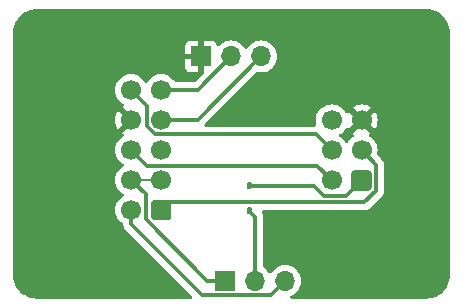
<source format=gbr>
%TF.GenerationSoftware,KiCad,Pcbnew,8.0.5-8.0.5-0~ubuntu20.04.1*%
%TF.CreationDate,2025-01-24T13:48:23+00:00*%
%TF.ProjectId,wchlinke-tagconnect,7763686c-696e-46b6-952d-746167636f6e,rev?*%
%TF.SameCoordinates,Original*%
%TF.FileFunction,Copper,L1,Top*%
%TF.FilePolarity,Positive*%
%FSLAX46Y46*%
G04 Gerber Fmt 4.6, Leading zero omitted, Abs format (unit mm)*
G04 Created by KiCad (PCBNEW 8.0.5-8.0.5-0~ubuntu20.04.1) date 2025-01-24 13:48:23*
%MOMM*%
%LPD*%
G01*
G04 APERTURE LIST*
%TA.AperFunction,ComponentPad*%
%ADD10R,1.700000X1.700000*%
%TD*%
%TA.AperFunction,ComponentPad*%
%ADD11O,1.700000X1.700000*%
%TD*%
%TA.AperFunction,ComponentPad*%
%ADD12C,1.700000*%
%TD*%
%TA.AperFunction,Conductor*%
%ADD13C,0.350000*%
%TD*%
%TA.AperFunction,Conductor*%
%ADD14C,0.200000*%
%TD*%
G04 APERTURE END LIST*
%TO.P,D1,1,K*%
%TO.N,/VREF*%
%TA.AperFunction,SMDPad,CuDef*%
G36*
G01*
X45387500Y-42650000D02*
X45612500Y-42650000D01*
G75*
G02*
X45725000Y-42762500I0J-112500D01*
G01*
X45725000Y-43137500D01*
G75*
G02*
X45612500Y-43250000I-112500J0D01*
G01*
X45387500Y-43250000D01*
G75*
G02*
X45275000Y-43137500I0J112500D01*
G01*
X45275000Y-42762500D01*
G75*
G02*
X45387500Y-42650000I112500J0D01*
G01*
G37*
%TD.AperFunction*%
%TO.P,D1,2,A*%
%TO.N,Net-(D1-A)*%
%TA.AperFunction,SMDPad,CuDef*%
G36*
G01*
X45387500Y-44750000D02*
X45612500Y-44750000D01*
G75*
G02*
X45725000Y-44862500I0J-112500D01*
G01*
X45725000Y-45237500D01*
G75*
G02*
X45612500Y-45350000I-112500J0D01*
G01*
X45387500Y-45350000D01*
G75*
G02*
X45275000Y-45237500I0J112500D01*
G01*
X45275000Y-44862500D01*
G75*
G02*
X45387500Y-44750000I112500J0D01*
G01*
G37*
%TD.AperFunction*%
%TD*%
D10*
%TO.P,JP1,1,A*%
%TO.N,+3V3*%
X43460000Y-51000000D03*
D11*
%TO.P,JP1,2,C*%
%TO.N,Net-(D1-A)*%
X46000000Y-51000000D03*
%TO.P,JP1,3,B*%
%TO.N,+5V*%
X48540000Y-51000000D03*
%TD*%
%TO.P,J1,1,Pin_1*%
%TO.N,/RST*%
%TA.AperFunction,ComponentPad*%
G36*
G01*
X38890000Y-44400000D02*
X38890000Y-45600000D01*
G75*
G02*
X38640000Y-45850000I-250000J0D01*
G01*
X37440000Y-45850000D01*
G75*
G02*
X37190000Y-45600000I0J250000D01*
G01*
X37190000Y-44400000D01*
G75*
G02*
X37440000Y-44150000I250000J0D01*
G01*
X38640000Y-44150000D01*
G75*
G02*
X38890000Y-44400000I0J-250000D01*
G01*
G37*
%TD.AperFunction*%
D12*
%TO.P,J1,2,Pin_2*%
%TO.N,+5V*%
X35500000Y-45000000D03*
%TO.P,J1,3,Pin_3*%
%TO.N,+3V3*%
X38040000Y-42460000D03*
%TO.P,J1,4,Pin_4*%
X35500000Y-42460000D03*
%TO.P,J1,5,Pin_5*%
%TO.N,GND*%
X38040000Y-39920000D03*
%TO.P,J1,6,Pin_6*%
%TO.N,/SWDIO*%
X35500000Y-39920000D03*
%TO.P,J1,7,Pin_7*%
%TO.N,/U_TX*%
X38040000Y-37380000D03*
%TO.P,J1,8,Pin_8*%
%TO.N,GND*%
X35500000Y-37380000D03*
%TO.P,J1,9,Pin_9*%
%TO.N,/U_RX*%
X38040000Y-34840000D03*
%TO.P,J1,10,Pin_10*%
%TO.N,/SWCLK*%
X35500000Y-34840000D03*
%TD*%
D10*
%TO.P,J3,1,Pin_1*%
%TO.N,GND*%
X41420000Y-32000000D03*
D11*
%TO.P,J3,2,Pin_2*%
%TO.N,/U_RX*%
X43960000Y-32000000D03*
%TO.P,J3,3,Pin_3*%
%TO.N,/U_TX*%
X46500000Y-32000000D03*
%TD*%
%TO.P,J2,1,Pin_1*%
%TO.N,/VREF*%
%TA.AperFunction,ComponentPad*%
G36*
G01*
X55850000Y-41900000D02*
X55850000Y-43100000D01*
G75*
G02*
X55600000Y-43350000I-250000J0D01*
G01*
X54400000Y-43350000D01*
G75*
G02*
X54150000Y-43100000I0J250000D01*
G01*
X54150000Y-41900000D01*
G75*
G02*
X54400000Y-41650000I250000J0D01*
G01*
X55600000Y-41650000D01*
G75*
G02*
X55850000Y-41900000I0J-250000D01*
G01*
G37*
%TD.AperFunction*%
D12*
%TO.P,J2,2,Pin_2*%
%TO.N,/SWDIO*%
X52460000Y-42500000D03*
%TO.P,J2,3,Pin_3*%
%TO.N,/RST*%
X55000000Y-39960000D03*
%TO.P,J2,4,Pin_4*%
%TO.N,/SWCLK*%
X52460000Y-39960000D03*
%TO.P,J2,5,Pin_5*%
%TO.N,GND*%
X55000000Y-37420000D03*
%TO.P,J2,6,Pin_6*%
%TO.N,unconnected-(J2-Pin_6-Pad6)*%
X52460000Y-37420000D03*
%TD*%
D13*
%TO.N,Net-(D1-A)*%
X46000000Y-51000000D02*
X46000000Y-45550000D01*
X46000000Y-45550000D02*
X45500000Y-45050000D01*
%TO.N,/VREF*%
X45500000Y-42950000D02*
X50950000Y-42950000D01*
X53696751Y-43803249D02*
X55000000Y-42500000D01*
X50950000Y-42950000D02*
X51803249Y-43803249D01*
X51803249Y-43803249D02*
X53696751Y-43803249D01*
%TO.N,+3V3*%
X41949190Y-51000000D02*
X36725000Y-45775810D01*
X36725000Y-43685000D02*
X35500000Y-42460000D01*
D14*
X35500000Y-42460000D02*
X38040000Y-42460000D01*
D13*
X36725000Y-45775810D02*
X36725000Y-43685000D01*
X43460000Y-51000000D02*
X41949190Y-51000000D01*
%TO.N,/RST*%
X56225000Y-43365810D02*
X56225000Y-41185000D01*
X56225000Y-41185000D02*
X55000000Y-39960000D01*
X38686751Y-44353249D02*
X55237561Y-44353249D01*
X55237561Y-44353249D02*
X56225000Y-43365810D01*
X38040000Y-45000000D02*
X38686751Y-44353249D01*
%TO.N,/U_RX*%
X41120000Y-34840000D02*
X43960000Y-32000000D01*
X38040000Y-34840000D02*
X41120000Y-34840000D01*
%TO.N,/SWDIO*%
X36815000Y-41235000D02*
X35500000Y-39920000D01*
X51195000Y-41235000D02*
X36815000Y-41235000D01*
X52460000Y-42500000D02*
X51195000Y-41235000D01*
%TO.N,/U_TX*%
X41120000Y-37380000D02*
X46500000Y-32000000D01*
X38040000Y-37380000D02*
X41120000Y-37380000D01*
%TO.N,+5V*%
X47315000Y-52225000D02*
X48540000Y-51000000D01*
X35500000Y-46202081D02*
X41522919Y-52225000D01*
X35500000Y-45000000D02*
X35500000Y-46202081D01*
X41522919Y-52225000D02*
X47315000Y-52225000D01*
%TO.N,/SWCLK*%
X37532588Y-38605000D02*
X36815000Y-37887412D01*
X36815000Y-37887412D02*
X36815000Y-36155000D01*
X52460000Y-39960000D02*
X51105000Y-38605000D01*
X36815000Y-36155000D02*
X35500000Y-34840000D01*
X51105000Y-38605000D02*
X37532588Y-38605000D01*
%TD*%
%TA.AperFunction,Conductor*%
%TO.N,GND*%
G36*
X60504043Y-28000765D02*
G01*
X60752895Y-28017075D01*
X60768953Y-28019190D01*
X60976105Y-28060395D01*
X61009535Y-28067045D01*
X61025202Y-28071243D01*
X61194947Y-28128863D01*
X61257481Y-28150091D01*
X61272458Y-28156294D01*
X61481799Y-28259529D01*
X61492460Y-28264787D01*
X61506508Y-28272897D01*
X61710464Y-28409177D01*
X61723328Y-28419048D01*
X61907749Y-28580781D01*
X61919218Y-28592250D01*
X62080951Y-28776671D01*
X62090825Y-28789539D01*
X62227102Y-28993492D01*
X62235212Y-29007539D01*
X62343702Y-29227534D01*
X62349909Y-29242520D01*
X62428756Y-29474797D01*
X62432954Y-29490464D01*
X62480807Y-29731035D01*
X62482925Y-29747116D01*
X62499235Y-29995956D01*
X62499500Y-30004066D01*
X62499500Y-50495933D01*
X62499235Y-50504043D01*
X62482925Y-50752883D01*
X62480807Y-50768964D01*
X62432954Y-51009535D01*
X62428756Y-51025202D01*
X62349909Y-51257479D01*
X62343702Y-51272465D01*
X62235212Y-51492460D01*
X62227102Y-51506507D01*
X62090825Y-51710460D01*
X62080951Y-51723328D01*
X61919218Y-51907749D01*
X61907749Y-51919218D01*
X61723328Y-52080951D01*
X61710460Y-52090825D01*
X61506507Y-52227102D01*
X61492460Y-52235212D01*
X61272465Y-52343702D01*
X61257479Y-52349909D01*
X61025202Y-52428756D01*
X61009535Y-52432954D01*
X60768964Y-52480807D01*
X60752883Y-52482925D01*
X60504043Y-52499235D01*
X60495933Y-52499500D01*
X49079196Y-52499500D01*
X49012157Y-52479815D01*
X48966402Y-52427011D01*
X48956458Y-52357853D01*
X48985483Y-52294297D01*
X49026791Y-52263118D01*
X49217830Y-52174035D01*
X49411401Y-52038495D01*
X49578495Y-51871401D01*
X49714035Y-51677830D01*
X49813903Y-51463663D01*
X49875063Y-51235408D01*
X49895659Y-51000000D01*
X49875063Y-50764592D01*
X49813903Y-50536337D01*
X49714035Y-50322171D01*
X49708425Y-50314158D01*
X49578494Y-50128597D01*
X49411402Y-49961506D01*
X49411395Y-49961501D01*
X49217834Y-49825967D01*
X49217830Y-49825965D01*
X49176690Y-49806781D01*
X49003663Y-49726097D01*
X49003659Y-49726096D01*
X49003655Y-49726094D01*
X48775413Y-49664938D01*
X48775403Y-49664936D01*
X48540001Y-49644341D01*
X48539999Y-49644341D01*
X48304596Y-49664936D01*
X48304586Y-49664938D01*
X48076344Y-49726094D01*
X48076335Y-49726098D01*
X47862171Y-49825964D01*
X47862169Y-49825965D01*
X47668597Y-49961505D01*
X47501505Y-50128597D01*
X47371575Y-50314158D01*
X47316998Y-50357783D01*
X47247500Y-50364977D01*
X47185145Y-50333454D01*
X47168425Y-50314158D01*
X47038494Y-50128597D01*
X46871402Y-49961506D01*
X46871401Y-49961505D01*
X46728376Y-49861358D01*
X46684752Y-49806781D01*
X46675500Y-49759783D01*
X46675500Y-45483468D01*
X46675384Y-45482886D01*
X46675375Y-45482840D01*
X46649542Y-45352971D01*
X46649541Y-45352964D01*
X46607353Y-45251115D01*
X46598620Y-45230031D01*
X46593013Y-45221640D01*
X46572135Y-45154964D01*
X46590619Y-45087584D01*
X46642597Y-45040893D01*
X46696115Y-45028749D01*
X55304093Y-45028749D01*
X55304094Y-45028748D01*
X55434597Y-45002790D01*
X55557530Y-44951869D01*
X55668167Y-44877944D01*
X56749695Y-43796416D01*
X56780375Y-43750500D01*
X56823620Y-43685779D01*
X56848588Y-43625500D01*
X56874541Y-43562846D01*
X56900500Y-43432341D01*
X56900500Y-43299279D01*
X56900500Y-41118469D01*
X56895640Y-41094035D01*
X56874541Y-40987964D01*
X56825944Y-40870643D01*
X56824300Y-40866048D01*
X56749698Y-40754398D01*
X56749697Y-40754397D01*
X56749695Y-40754394D01*
X56655606Y-40660305D01*
X56355180Y-40359879D01*
X56321695Y-40298556D01*
X56323087Y-40240103D01*
X56335061Y-40195415D01*
X56335060Y-40195415D01*
X56335063Y-40195408D01*
X56355659Y-39960000D01*
X56335063Y-39724592D01*
X56273903Y-39496337D01*
X56174035Y-39282171D01*
X56171269Y-39278220D01*
X56038494Y-39088597D01*
X55871402Y-38921506D01*
X55871401Y-38921505D01*
X55685405Y-38791269D01*
X55641781Y-38736692D01*
X55634588Y-38667193D01*
X55666110Y-38604839D01*
X55685405Y-38588119D01*
X55761373Y-38534925D01*
X55129409Y-37902962D01*
X55192993Y-37885925D01*
X55307007Y-37820099D01*
X55400099Y-37727007D01*
X55465925Y-37612993D01*
X55482962Y-37549410D01*
X56114925Y-38181373D01*
X56114926Y-38181373D01*
X56173598Y-38097582D01*
X56173600Y-38097578D01*
X56273429Y-37883492D01*
X56273433Y-37883483D01*
X56334567Y-37655326D01*
X56334569Y-37655315D01*
X56355157Y-37420001D01*
X56355157Y-37419998D01*
X56334569Y-37184684D01*
X56334567Y-37184673D01*
X56273433Y-36956516D01*
X56273429Y-36956507D01*
X56173600Y-36742423D01*
X56173599Y-36742421D01*
X56114925Y-36658626D01*
X56114925Y-36658625D01*
X55482962Y-37290589D01*
X55465925Y-37227007D01*
X55400099Y-37112993D01*
X55307007Y-37019901D01*
X55192993Y-36954075D01*
X55129410Y-36937037D01*
X55761373Y-36305073D01*
X55761373Y-36305072D01*
X55677583Y-36246402D01*
X55677579Y-36246400D01*
X55463492Y-36146570D01*
X55463483Y-36146566D01*
X55235326Y-36085432D01*
X55235315Y-36085430D01*
X55000002Y-36064843D01*
X54999998Y-36064843D01*
X54764684Y-36085430D01*
X54764673Y-36085432D01*
X54536516Y-36146566D01*
X54536507Y-36146570D01*
X54322419Y-36246401D01*
X54238625Y-36305072D01*
X54870590Y-36937037D01*
X54807007Y-36954075D01*
X54692993Y-37019901D01*
X54599901Y-37112993D01*
X54534075Y-37227007D01*
X54517037Y-37290590D01*
X53885073Y-36658626D01*
X53831881Y-36734594D01*
X53777304Y-36778219D01*
X53707806Y-36785413D01*
X53645451Y-36753891D01*
X53628730Y-36734594D01*
X53498494Y-36548597D01*
X53331402Y-36381506D01*
X53331395Y-36381501D01*
X53137834Y-36245967D01*
X53137830Y-36245965D01*
X53137828Y-36245964D01*
X52923663Y-36146097D01*
X52923659Y-36146096D01*
X52923655Y-36146094D01*
X52695413Y-36084938D01*
X52695403Y-36084936D01*
X52460001Y-36064341D01*
X52459999Y-36064341D01*
X52224596Y-36084936D01*
X52224586Y-36084938D01*
X51996344Y-36146094D01*
X51996335Y-36146098D01*
X51782171Y-36245964D01*
X51782169Y-36245965D01*
X51588597Y-36381505D01*
X51421505Y-36548597D01*
X51285965Y-36742169D01*
X51285964Y-36742171D01*
X51186098Y-36956335D01*
X51186094Y-36956344D01*
X51124938Y-37184586D01*
X51124936Y-37184596D01*
X51104341Y-37419999D01*
X51104341Y-37420000D01*
X51124936Y-37655403D01*
X51124938Y-37655413D01*
X51156554Y-37773407D01*
X51154891Y-37843257D01*
X51115728Y-37901119D01*
X51051499Y-37928623D01*
X51036779Y-37929500D01*
X41825164Y-37929500D01*
X41758125Y-37909815D01*
X41712370Y-37857011D01*
X41702426Y-37787853D01*
X41731451Y-37724297D01*
X41737483Y-37717819D01*
X45343677Y-34111623D01*
X46100121Y-33355178D01*
X46161442Y-33321695D01*
X46219893Y-33323086D01*
X46232843Y-33326555D01*
X46264592Y-33335063D01*
X46435319Y-33350000D01*
X46499999Y-33355659D01*
X46500000Y-33355659D01*
X46500001Y-33355659D01*
X46554303Y-33350908D01*
X46735408Y-33335063D01*
X46963663Y-33273903D01*
X47177830Y-33174035D01*
X47371401Y-33038495D01*
X47538495Y-32871401D01*
X47674035Y-32677830D01*
X47773903Y-32463663D01*
X47835063Y-32235408D01*
X47855659Y-32000000D01*
X47835063Y-31764592D01*
X47773903Y-31536337D01*
X47674035Y-31322171D01*
X47668425Y-31314158D01*
X47538494Y-31128597D01*
X47371402Y-30961506D01*
X47371395Y-30961501D01*
X47177834Y-30825967D01*
X47177830Y-30825965D01*
X47106727Y-30792809D01*
X46963663Y-30726097D01*
X46963659Y-30726096D01*
X46963655Y-30726094D01*
X46735413Y-30664938D01*
X46735403Y-30664936D01*
X46500001Y-30644341D01*
X46499999Y-30644341D01*
X46264596Y-30664936D01*
X46264586Y-30664938D01*
X46036344Y-30726094D01*
X46036335Y-30726098D01*
X45822171Y-30825964D01*
X45822169Y-30825965D01*
X45628597Y-30961505D01*
X45461505Y-31128597D01*
X45331575Y-31314158D01*
X45276998Y-31357783D01*
X45207500Y-31364977D01*
X45145145Y-31333454D01*
X45128425Y-31314158D01*
X44998494Y-31128597D01*
X44831402Y-30961506D01*
X44831395Y-30961501D01*
X44637834Y-30825967D01*
X44637830Y-30825965D01*
X44566727Y-30792809D01*
X44423663Y-30726097D01*
X44423659Y-30726096D01*
X44423655Y-30726094D01*
X44195413Y-30664938D01*
X44195403Y-30664936D01*
X43960001Y-30644341D01*
X43959999Y-30644341D01*
X43724596Y-30664936D01*
X43724586Y-30664938D01*
X43496344Y-30726094D01*
X43496335Y-30726098D01*
X43282171Y-30825964D01*
X43282169Y-30825965D01*
X43088600Y-30961503D01*
X42966284Y-31083819D01*
X42904961Y-31117303D01*
X42835269Y-31112319D01*
X42779336Y-31070447D01*
X42762421Y-31039470D01*
X42713354Y-30907913D01*
X42713350Y-30907906D01*
X42627190Y-30792812D01*
X42627187Y-30792809D01*
X42512093Y-30706649D01*
X42512086Y-30706645D01*
X42377379Y-30656403D01*
X42377372Y-30656401D01*
X42317844Y-30650000D01*
X41670000Y-30650000D01*
X41670000Y-31566988D01*
X41612993Y-31534075D01*
X41485826Y-31500000D01*
X41354174Y-31500000D01*
X41227007Y-31534075D01*
X41170000Y-31566988D01*
X41170000Y-30650000D01*
X40522155Y-30650000D01*
X40462627Y-30656401D01*
X40462620Y-30656403D01*
X40327913Y-30706645D01*
X40327906Y-30706649D01*
X40212812Y-30792809D01*
X40212809Y-30792812D01*
X40126649Y-30907906D01*
X40126645Y-30907913D01*
X40076403Y-31042620D01*
X40076401Y-31042627D01*
X40070000Y-31102155D01*
X40070000Y-31750000D01*
X40986988Y-31750000D01*
X40954075Y-31807007D01*
X40920000Y-31934174D01*
X40920000Y-32065826D01*
X40954075Y-32192993D01*
X40986988Y-32250000D01*
X40070000Y-32250000D01*
X40070000Y-32897844D01*
X40076401Y-32957372D01*
X40076403Y-32957379D01*
X40126645Y-33092086D01*
X40126649Y-33092093D01*
X40212809Y-33207187D01*
X40212812Y-33207190D01*
X40327906Y-33293350D01*
X40327913Y-33293354D01*
X40462620Y-33343596D01*
X40462627Y-33343598D01*
X40522155Y-33349999D01*
X40522172Y-33350000D01*
X41170000Y-33350000D01*
X41170000Y-32433012D01*
X41227007Y-32465925D01*
X41354174Y-32500000D01*
X41485826Y-32500000D01*
X41612993Y-32465925D01*
X41670000Y-32433012D01*
X41670000Y-33283336D01*
X41650315Y-33350375D01*
X41633681Y-33371017D01*
X40876518Y-34128181D01*
X40815195Y-34161666D01*
X40788837Y-34164500D01*
X39280216Y-34164500D01*
X39213177Y-34144815D01*
X39178641Y-34111623D01*
X39078494Y-33968597D01*
X38911402Y-33801506D01*
X38911395Y-33801501D01*
X38717834Y-33665967D01*
X38717830Y-33665965D01*
X38717828Y-33665964D01*
X38503663Y-33566097D01*
X38503659Y-33566096D01*
X38503655Y-33566094D01*
X38275413Y-33504938D01*
X38275403Y-33504936D01*
X38040001Y-33484341D01*
X38039999Y-33484341D01*
X37804596Y-33504936D01*
X37804586Y-33504938D01*
X37576344Y-33566094D01*
X37576335Y-33566098D01*
X37362171Y-33665964D01*
X37362169Y-33665965D01*
X37168597Y-33801505D01*
X37001505Y-33968597D01*
X36871575Y-34154158D01*
X36816998Y-34197783D01*
X36747500Y-34204977D01*
X36685145Y-34173454D01*
X36668425Y-34154158D01*
X36538494Y-33968597D01*
X36371402Y-33801506D01*
X36371395Y-33801501D01*
X36177834Y-33665967D01*
X36177830Y-33665965D01*
X36177828Y-33665964D01*
X35963663Y-33566097D01*
X35963659Y-33566096D01*
X35963655Y-33566094D01*
X35735413Y-33504938D01*
X35735403Y-33504936D01*
X35500001Y-33484341D01*
X35499999Y-33484341D01*
X35264596Y-33504936D01*
X35264586Y-33504938D01*
X35036344Y-33566094D01*
X35036335Y-33566098D01*
X34822171Y-33665964D01*
X34822169Y-33665965D01*
X34628597Y-33801505D01*
X34461505Y-33968597D01*
X34325965Y-34162169D01*
X34325964Y-34162171D01*
X34226098Y-34376335D01*
X34226094Y-34376344D01*
X34164938Y-34604586D01*
X34164936Y-34604596D01*
X34144341Y-34839999D01*
X34144341Y-34840000D01*
X34164936Y-35075403D01*
X34164938Y-35075413D01*
X34226094Y-35303655D01*
X34226096Y-35303659D01*
X34226097Y-35303663D01*
X34254557Y-35364695D01*
X34325965Y-35517830D01*
X34325967Y-35517834D01*
X34434281Y-35672521D01*
X34461505Y-35711401D01*
X34628599Y-35878495D01*
X34814158Y-36008425D01*
X34814594Y-36008730D01*
X34858218Y-36063307D01*
X34865411Y-36132806D01*
X34833889Y-36195160D01*
X34814593Y-36211880D01*
X34738626Y-36265072D01*
X34738625Y-36265072D01*
X35370590Y-36897037D01*
X35307007Y-36914075D01*
X35192993Y-36979901D01*
X35099901Y-37072993D01*
X35034075Y-37187007D01*
X35017037Y-37250590D01*
X34385072Y-36618625D01*
X34326401Y-36702419D01*
X34226570Y-36916507D01*
X34226566Y-36916516D01*
X34165432Y-37144673D01*
X34165430Y-37144684D01*
X34144843Y-37379998D01*
X34144843Y-37380001D01*
X34165430Y-37615315D01*
X34165432Y-37615326D01*
X34226566Y-37843483D01*
X34226570Y-37843492D01*
X34326400Y-38057579D01*
X34326402Y-38057583D01*
X34385072Y-38141373D01*
X34385073Y-38141373D01*
X35017037Y-37509409D01*
X35034075Y-37572993D01*
X35099901Y-37687007D01*
X35192993Y-37780099D01*
X35307007Y-37845925D01*
X35370588Y-37862961D01*
X34738625Y-38494925D01*
X34814594Y-38548119D01*
X34858219Y-38602696D01*
X34865413Y-38672194D01*
X34833890Y-38734549D01*
X34814595Y-38751269D01*
X34628594Y-38881508D01*
X34461505Y-39048597D01*
X34325965Y-39242169D01*
X34325964Y-39242171D01*
X34226098Y-39456335D01*
X34226094Y-39456344D01*
X34164938Y-39684586D01*
X34164936Y-39684596D01*
X34144341Y-39919999D01*
X34144341Y-39920000D01*
X34164936Y-40155403D01*
X34164938Y-40155413D01*
X34226094Y-40383655D01*
X34226096Y-40383659D01*
X34226097Y-40383663D01*
X34308091Y-40559500D01*
X34325965Y-40597830D01*
X34325967Y-40597834D01*
X34461501Y-40791395D01*
X34461506Y-40791402D01*
X34628597Y-40958493D01*
X34628603Y-40958498D01*
X34814158Y-41088425D01*
X34857783Y-41143002D01*
X34864977Y-41212500D01*
X34833454Y-41274855D01*
X34814158Y-41291575D01*
X34628597Y-41421505D01*
X34461505Y-41588597D01*
X34325965Y-41782169D01*
X34325964Y-41782171D01*
X34226098Y-41996335D01*
X34226094Y-41996344D01*
X34164938Y-42224586D01*
X34164936Y-42224596D01*
X34144341Y-42459999D01*
X34144341Y-42460000D01*
X34164936Y-42695403D01*
X34164938Y-42695413D01*
X34226094Y-42923655D01*
X34226096Y-42923659D01*
X34226097Y-42923663D01*
X34325965Y-43137830D01*
X34325967Y-43137834D01*
X34461501Y-43331395D01*
X34461506Y-43331402D01*
X34628597Y-43498493D01*
X34628603Y-43498498D01*
X34814158Y-43628425D01*
X34857783Y-43683002D01*
X34864977Y-43752500D01*
X34833454Y-43814855D01*
X34814158Y-43831575D01*
X34628597Y-43961505D01*
X34461505Y-44128597D01*
X34325965Y-44322169D01*
X34325964Y-44322171D01*
X34226098Y-44536335D01*
X34226094Y-44536344D01*
X34164938Y-44764586D01*
X34164936Y-44764596D01*
X34148552Y-44951865D01*
X34144341Y-45000000D01*
X34164937Y-45235408D01*
X34164937Y-45235411D01*
X34164938Y-45235413D01*
X34226094Y-45463655D01*
X34226096Y-45463659D01*
X34226097Y-45463663D01*
X34297228Y-45616203D01*
X34325965Y-45677830D01*
X34325967Y-45677834D01*
X34414698Y-45804554D01*
X34461505Y-45871401D01*
X34628599Y-46038495D01*
X34771624Y-46138642D01*
X34815248Y-46193218D01*
X34824500Y-46240216D01*
X34824500Y-46268616D01*
X34850457Y-46399109D01*
X34850459Y-46399117D01*
X34901378Y-46522046D01*
X34901383Y-46522056D01*
X34975304Y-46632686D01*
X34975307Y-46632690D01*
X40630437Y-52287819D01*
X40663922Y-52349142D01*
X40658938Y-52418834D01*
X40617066Y-52474767D01*
X40551602Y-52499184D01*
X40542756Y-52499500D01*
X27504067Y-52499500D01*
X27495957Y-52499235D01*
X27247116Y-52482925D01*
X27231035Y-52480807D01*
X26990464Y-52432954D01*
X26974797Y-52428756D01*
X26742520Y-52349909D01*
X26727534Y-52343702D01*
X26507539Y-52235212D01*
X26493492Y-52227102D01*
X26289539Y-52090825D01*
X26276671Y-52080951D01*
X26092250Y-51919218D01*
X26080781Y-51907749D01*
X25919048Y-51723328D01*
X25909174Y-51710460D01*
X25887371Y-51677830D01*
X25772897Y-51506507D01*
X25764787Y-51492460D01*
X25658855Y-51277652D01*
X25656294Y-51272458D01*
X25650090Y-51257479D01*
X25571243Y-51025202D01*
X25567045Y-51009535D01*
X25559186Y-50970026D01*
X25519190Y-50768953D01*
X25517075Y-50752895D01*
X25500765Y-50504043D01*
X25500500Y-50495933D01*
X25500500Y-30004066D01*
X25500765Y-29995956D01*
X25504819Y-29934108D01*
X25517075Y-29747102D01*
X25519190Y-29731048D01*
X25567045Y-29490462D01*
X25571243Y-29474797D01*
X25594337Y-29406762D01*
X25650093Y-29242512D01*
X25656291Y-29227547D01*
X25764790Y-29007533D01*
X25772893Y-28993498D01*
X25909182Y-28789527D01*
X25919039Y-28776681D01*
X26080786Y-28592244D01*
X26092244Y-28580786D01*
X26276681Y-28419039D01*
X26289527Y-28409182D01*
X26493498Y-28272893D01*
X26507533Y-28264790D01*
X26727547Y-28156291D01*
X26742512Y-28150093D01*
X26906762Y-28094337D01*
X26974797Y-28071243D01*
X26990464Y-28067045D01*
X27231048Y-28019190D01*
X27247102Y-28017075D01*
X27495957Y-28000765D01*
X27504067Y-28000500D01*
X27565892Y-28000500D01*
X60434108Y-28000500D01*
X60495933Y-28000500D01*
X60504043Y-28000765D01*
G37*
%TD.AperFunction*%
%TA.AperFunction,Conductor*%
G36*
X54534075Y-37612993D02*
G01*
X54599901Y-37727007D01*
X54692993Y-37820099D01*
X54807007Y-37885925D01*
X54870590Y-37902962D01*
X54238625Y-38534925D01*
X54314594Y-38588119D01*
X54358219Y-38642696D01*
X54365413Y-38712194D01*
X54333890Y-38774549D01*
X54314595Y-38791269D01*
X54128594Y-38921508D01*
X53961505Y-39088597D01*
X53831575Y-39274158D01*
X53776998Y-39317783D01*
X53707500Y-39324977D01*
X53645145Y-39293454D01*
X53628425Y-39274158D01*
X53498494Y-39088597D01*
X53331402Y-38921506D01*
X53331396Y-38921501D01*
X53145842Y-38791575D01*
X53102217Y-38736998D01*
X53095023Y-38667500D01*
X53126546Y-38605145D01*
X53145842Y-38588425D01*
X53222248Y-38534925D01*
X53331401Y-38458495D01*
X53498495Y-38291401D01*
X53628732Y-38105403D01*
X53683307Y-38061780D01*
X53752805Y-38054586D01*
X53815160Y-38086109D01*
X53831880Y-38105405D01*
X53885073Y-38181373D01*
X54517037Y-37549409D01*
X54534075Y-37612993D01*
G37*
%TD.AperFunction*%
%TD*%
M02*

</source>
